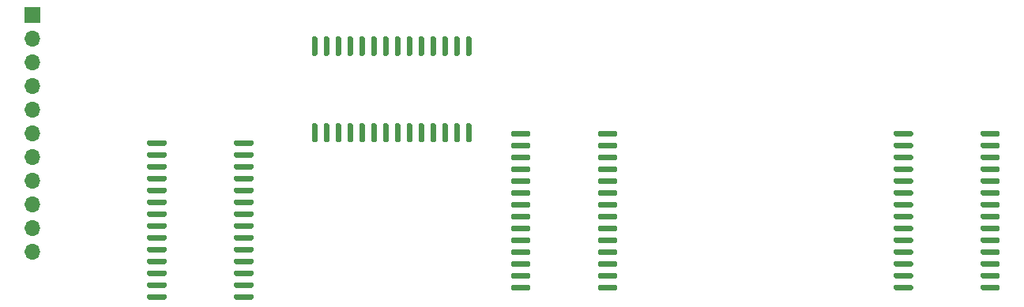
<source format=gbp>
%TF.GenerationSoftware,KiCad,Pcbnew,(5.1.8)-1*%
%TF.CreationDate,2021-11-23T00:18:45+09:00*%
%TF.ProjectId,pc1245,70633132-3435-42e6-9b69-6361645f7063,rev?*%
%TF.SameCoordinates,Original*%
%TF.FileFunction,Paste,Bot*%
%TF.FilePolarity,Positive*%
%FSLAX46Y46*%
G04 Gerber Fmt 4.6, Leading zero omitted, Abs format (unit mm)*
G04 Created by KiCad (PCBNEW (5.1.8)-1) date 2021-11-23 00:18:45*
%MOMM*%
%LPD*%
G01*
G04 APERTURE LIST*
%ADD10R,1.700000X1.700000*%
%ADD11O,1.700000X1.700000*%
G04 APERTURE END LIST*
%TO.C,U1*%
G36*
G01*
X100375000Y-105595000D02*
X100375000Y-105895000D01*
G75*
G02*
X100225000Y-106045000I-150000J0D01*
G01*
X98475000Y-106045000D01*
G75*
G02*
X98325000Y-105895000I0J150000D01*
G01*
X98325000Y-105595000D01*
G75*
G02*
X98475000Y-105445000I150000J0D01*
G01*
X100225000Y-105445000D01*
G75*
G02*
X100375000Y-105595000I0J-150000D01*
G01*
G37*
G36*
G01*
X100375000Y-106865000D02*
X100375000Y-107165000D01*
G75*
G02*
X100225000Y-107315000I-150000J0D01*
G01*
X98475000Y-107315000D01*
G75*
G02*
X98325000Y-107165000I0J150000D01*
G01*
X98325000Y-106865000D01*
G75*
G02*
X98475000Y-106715000I150000J0D01*
G01*
X100225000Y-106715000D01*
G75*
G02*
X100375000Y-106865000I0J-150000D01*
G01*
G37*
G36*
G01*
X100375000Y-108135000D02*
X100375000Y-108435000D01*
G75*
G02*
X100225000Y-108585000I-150000J0D01*
G01*
X98475000Y-108585000D01*
G75*
G02*
X98325000Y-108435000I0J150000D01*
G01*
X98325000Y-108135000D01*
G75*
G02*
X98475000Y-107985000I150000J0D01*
G01*
X100225000Y-107985000D01*
G75*
G02*
X100375000Y-108135000I0J-150000D01*
G01*
G37*
G36*
G01*
X100375000Y-109405000D02*
X100375000Y-109705000D01*
G75*
G02*
X100225000Y-109855000I-150000J0D01*
G01*
X98475000Y-109855000D01*
G75*
G02*
X98325000Y-109705000I0J150000D01*
G01*
X98325000Y-109405000D01*
G75*
G02*
X98475000Y-109255000I150000J0D01*
G01*
X100225000Y-109255000D01*
G75*
G02*
X100375000Y-109405000I0J-150000D01*
G01*
G37*
G36*
G01*
X100375000Y-110675000D02*
X100375000Y-110975000D01*
G75*
G02*
X100225000Y-111125000I-150000J0D01*
G01*
X98475000Y-111125000D01*
G75*
G02*
X98325000Y-110975000I0J150000D01*
G01*
X98325000Y-110675000D01*
G75*
G02*
X98475000Y-110525000I150000J0D01*
G01*
X100225000Y-110525000D01*
G75*
G02*
X100375000Y-110675000I0J-150000D01*
G01*
G37*
G36*
G01*
X100375000Y-111945000D02*
X100375000Y-112245000D01*
G75*
G02*
X100225000Y-112395000I-150000J0D01*
G01*
X98475000Y-112395000D01*
G75*
G02*
X98325000Y-112245000I0J150000D01*
G01*
X98325000Y-111945000D01*
G75*
G02*
X98475000Y-111795000I150000J0D01*
G01*
X100225000Y-111795000D01*
G75*
G02*
X100375000Y-111945000I0J-150000D01*
G01*
G37*
G36*
G01*
X100375000Y-113215000D02*
X100375000Y-113515000D01*
G75*
G02*
X100225000Y-113665000I-150000J0D01*
G01*
X98475000Y-113665000D01*
G75*
G02*
X98325000Y-113515000I0J150000D01*
G01*
X98325000Y-113215000D01*
G75*
G02*
X98475000Y-113065000I150000J0D01*
G01*
X100225000Y-113065000D01*
G75*
G02*
X100375000Y-113215000I0J-150000D01*
G01*
G37*
G36*
G01*
X100375000Y-114485000D02*
X100375000Y-114785000D01*
G75*
G02*
X100225000Y-114935000I-150000J0D01*
G01*
X98475000Y-114935000D01*
G75*
G02*
X98325000Y-114785000I0J150000D01*
G01*
X98325000Y-114485000D01*
G75*
G02*
X98475000Y-114335000I150000J0D01*
G01*
X100225000Y-114335000D01*
G75*
G02*
X100375000Y-114485000I0J-150000D01*
G01*
G37*
G36*
G01*
X100375000Y-115755000D02*
X100375000Y-116055000D01*
G75*
G02*
X100225000Y-116205000I-150000J0D01*
G01*
X98475000Y-116205000D01*
G75*
G02*
X98325000Y-116055000I0J150000D01*
G01*
X98325000Y-115755000D01*
G75*
G02*
X98475000Y-115605000I150000J0D01*
G01*
X100225000Y-115605000D01*
G75*
G02*
X100375000Y-115755000I0J-150000D01*
G01*
G37*
G36*
G01*
X100375000Y-117025000D02*
X100375000Y-117325000D01*
G75*
G02*
X100225000Y-117475000I-150000J0D01*
G01*
X98475000Y-117475000D01*
G75*
G02*
X98325000Y-117325000I0J150000D01*
G01*
X98325000Y-117025000D01*
G75*
G02*
X98475000Y-116875000I150000J0D01*
G01*
X100225000Y-116875000D01*
G75*
G02*
X100375000Y-117025000I0J-150000D01*
G01*
G37*
G36*
G01*
X100375000Y-118295000D02*
X100375000Y-118595000D01*
G75*
G02*
X100225000Y-118745000I-150000J0D01*
G01*
X98475000Y-118745000D01*
G75*
G02*
X98325000Y-118595000I0J150000D01*
G01*
X98325000Y-118295000D01*
G75*
G02*
X98475000Y-118145000I150000J0D01*
G01*
X100225000Y-118145000D01*
G75*
G02*
X100375000Y-118295000I0J-150000D01*
G01*
G37*
G36*
G01*
X100375000Y-119565000D02*
X100375000Y-119865000D01*
G75*
G02*
X100225000Y-120015000I-150000J0D01*
G01*
X98475000Y-120015000D01*
G75*
G02*
X98325000Y-119865000I0J150000D01*
G01*
X98325000Y-119565000D01*
G75*
G02*
X98475000Y-119415000I150000J0D01*
G01*
X100225000Y-119415000D01*
G75*
G02*
X100375000Y-119565000I0J-150000D01*
G01*
G37*
G36*
G01*
X100375000Y-120835000D02*
X100375000Y-121135000D01*
G75*
G02*
X100225000Y-121285000I-150000J0D01*
G01*
X98475000Y-121285000D01*
G75*
G02*
X98325000Y-121135000I0J150000D01*
G01*
X98325000Y-120835000D01*
G75*
G02*
X98475000Y-120685000I150000J0D01*
G01*
X100225000Y-120685000D01*
G75*
G02*
X100375000Y-120835000I0J-150000D01*
G01*
G37*
G36*
G01*
X100375000Y-122105000D02*
X100375000Y-122405000D01*
G75*
G02*
X100225000Y-122555000I-150000J0D01*
G01*
X98475000Y-122555000D01*
G75*
G02*
X98325000Y-122405000I0J150000D01*
G01*
X98325000Y-122105000D01*
G75*
G02*
X98475000Y-121955000I150000J0D01*
G01*
X100225000Y-121955000D01*
G75*
G02*
X100375000Y-122105000I0J-150000D01*
G01*
G37*
G36*
G01*
X109675000Y-122105000D02*
X109675000Y-122405000D01*
G75*
G02*
X109525000Y-122555000I-150000J0D01*
G01*
X107775000Y-122555000D01*
G75*
G02*
X107625000Y-122405000I0J150000D01*
G01*
X107625000Y-122105000D01*
G75*
G02*
X107775000Y-121955000I150000J0D01*
G01*
X109525000Y-121955000D01*
G75*
G02*
X109675000Y-122105000I0J-150000D01*
G01*
G37*
G36*
G01*
X109675000Y-120835000D02*
X109675000Y-121135000D01*
G75*
G02*
X109525000Y-121285000I-150000J0D01*
G01*
X107775000Y-121285000D01*
G75*
G02*
X107625000Y-121135000I0J150000D01*
G01*
X107625000Y-120835000D01*
G75*
G02*
X107775000Y-120685000I150000J0D01*
G01*
X109525000Y-120685000D01*
G75*
G02*
X109675000Y-120835000I0J-150000D01*
G01*
G37*
G36*
G01*
X109675000Y-119565000D02*
X109675000Y-119865000D01*
G75*
G02*
X109525000Y-120015000I-150000J0D01*
G01*
X107775000Y-120015000D01*
G75*
G02*
X107625000Y-119865000I0J150000D01*
G01*
X107625000Y-119565000D01*
G75*
G02*
X107775000Y-119415000I150000J0D01*
G01*
X109525000Y-119415000D01*
G75*
G02*
X109675000Y-119565000I0J-150000D01*
G01*
G37*
G36*
G01*
X109675000Y-118295000D02*
X109675000Y-118595000D01*
G75*
G02*
X109525000Y-118745000I-150000J0D01*
G01*
X107775000Y-118745000D01*
G75*
G02*
X107625000Y-118595000I0J150000D01*
G01*
X107625000Y-118295000D01*
G75*
G02*
X107775000Y-118145000I150000J0D01*
G01*
X109525000Y-118145000D01*
G75*
G02*
X109675000Y-118295000I0J-150000D01*
G01*
G37*
G36*
G01*
X109675000Y-117025000D02*
X109675000Y-117325000D01*
G75*
G02*
X109525000Y-117475000I-150000J0D01*
G01*
X107775000Y-117475000D01*
G75*
G02*
X107625000Y-117325000I0J150000D01*
G01*
X107625000Y-117025000D01*
G75*
G02*
X107775000Y-116875000I150000J0D01*
G01*
X109525000Y-116875000D01*
G75*
G02*
X109675000Y-117025000I0J-150000D01*
G01*
G37*
G36*
G01*
X109675000Y-115755000D02*
X109675000Y-116055000D01*
G75*
G02*
X109525000Y-116205000I-150000J0D01*
G01*
X107775000Y-116205000D01*
G75*
G02*
X107625000Y-116055000I0J150000D01*
G01*
X107625000Y-115755000D01*
G75*
G02*
X107775000Y-115605000I150000J0D01*
G01*
X109525000Y-115605000D01*
G75*
G02*
X109675000Y-115755000I0J-150000D01*
G01*
G37*
G36*
G01*
X109675000Y-114485000D02*
X109675000Y-114785000D01*
G75*
G02*
X109525000Y-114935000I-150000J0D01*
G01*
X107775000Y-114935000D01*
G75*
G02*
X107625000Y-114785000I0J150000D01*
G01*
X107625000Y-114485000D01*
G75*
G02*
X107775000Y-114335000I150000J0D01*
G01*
X109525000Y-114335000D01*
G75*
G02*
X109675000Y-114485000I0J-150000D01*
G01*
G37*
G36*
G01*
X109675000Y-113215000D02*
X109675000Y-113515000D01*
G75*
G02*
X109525000Y-113665000I-150000J0D01*
G01*
X107775000Y-113665000D01*
G75*
G02*
X107625000Y-113515000I0J150000D01*
G01*
X107625000Y-113215000D01*
G75*
G02*
X107775000Y-113065000I150000J0D01*
G01*
X109525000Y-113065000D01*
G75*
G02*
X109675000Y-113215000I0J-150000D01*
G01*
G37*
G36*
G01*
X109675000Y-111945000D02*
X109675000Y-112245000D01*
G75*
G02*
X109525000Y-112395000I-150000J0D01*
G01*
X107775000Y-112395000D01*
G75*
G02*
X107625000Y-112245000I0J150000D01*
G01*
X107625000Y-111945000D01*
G75*
G02*
X107775000Y-111795000I150000J0D01*
G01*
X109525000Y-111795000D01*
G75*
G02*
X109675000Y-111945000I0J-150000D01*
G01*
G37*
G36*
G01*
X109675000Y-110675000D02*
X109675000Y-110975000D01*
G75*
G02*
X109525000Y-111125000I-150000J0D01*
G01*
X107775000Y-111125000D01*
G75*
G02*
X107625000Y-110975000I0J150000D01*
G01*
X107625000Y-110675000D01*
G75*
G02*
X107775000Y-110525000I150000J0D01*
G01*
X109525000Y-110525000D01*
G75*
G02*
X109675000Y-110675000I0J-150000D01*
G01*
G37*
G36*
G01*
X109675000Y-109405000D02*
X109675000Y-109705000D01*
G75*
G02*
X109525000Y-109855000I-150000J0D01*
G01*
X107775000Y-109855000D01*
G75*
G02*
X107625000Y-109705000I0J150000D01*
G01*
X107625000Y-109405000D01*
G75*
G02*
X107775000Y-109255000I150000J0D01*
G01*
X109525000Y-109255000D01*
G75*
G02*
X109675000Y-109405000I0J-150000D01*
G01*
G37*
G36*
G01*
X109675000Y-108135000D02*
X109675000Y-108435000D01*
G75*
G02*
X109525000Y-108585000I-150000J0D01*
G01*
X107775000Y-108585000D01*
G75*
G02*
X107625000Y-108435000I0J150000D01*
G01*
X107625000Y-108135000D01*
G75*
G02*
X107775000Y-107985000I150000J0D01*
G01*
X109525000Y-107985000D01*
G75*
G02*
X109675000Y-108135000I0J-150000D01*
G01*
G37*
G36*
G01*
X109675000Y-106865000D02*
X109675000Y-107165000D01*
G75*
G02*
X109525000Y-107315000I-150000J0D01*
G01*
X107775000Y-107315000D01*
G75*
G02*
X107625000Y-107165000I0J150000D01*
G01*
X107625000Y-106865000D01*
G75*
G02*
X107775000Y-106715000I150000J0D01*
G01*
X109525000Y-106715000D01*
G75*
G02*
X109675000Y-106865000I0J-150000D01*
G01*
G37*
G36*
G01*
X109675000Y-105595000D02*
X109675000Y-105895000D01*
G75*
G02*
X109525000Y-106045000I-150000J0D01*
G01*
X107775000Y-106045000D01*
G75*
G02*
X107625000Y-105895000I0J150000D01*
G01*
X107625000Y-105595000D01*
G75*
G02*
X107775000Y-105445000I150000J0D01*
G01*
X109525000Y-105445000D01*
G75*
G02*
X109675000Y-105595000I0J-150000D01*
G01*
G37*
%TD*%
%TO.C,U2*%
G36*
G01*
X116095000Y-94325000D02*
X116395000Y-94325000D01*
G75*
G02*
X116545000Y-94475000I0J-150000D01*
G01*
X116545000Y-96225000D01*
G75*
G02*
X116395000Y-96375000I-150000J0D01*
G01*
X116095000Y-96375000D01*
G75*
G02*
X115945000Y-96225000I0J150000D01*
G01*
X115945000Y-94475000D01*
G75*
G02*
X116095000Y-94325000I150000J0D01*
G01*
G37*
G36*
G01*
X117365000Y-94325000D02*
X117665000Y-94325000D01*
G75*
G02*
X117815000Y-94475000I0J-150000D01*
G01*
X117815000Y-96225000D01*
G75*
G02*
X117665000Y-96375000I-150000J0D01*
G01*
X117365000Y-96375000D01*
G75*
G02*
X117215000Y-96225000I0J150000D01*
G01*
X117215000Y-94475000D01*
G75*
G02*
X117365000Y-94325000I150000J0D01*
G01*
G37*
G36*
G01*
X118635000Y-94325000D02*
X118935000Y-94325000D01*
G75*
G02*
X119085000Y-94475000I0J-150000D01*
G01*
X119085000Y-96225000D01*
G75*
G02*
X118935000Y-96375000I-150000J0D01*
G01*
X118635000Y-96375000D01*
G75*
G02*
X118485000Y-96225000I0J150000D01*
G01*
X118485000Y-94475000D01*
G75*
G02*
X118635000Y-94325000I150000J0D01*
G01*
G37*
G36*
G01*
X119905000Y-94325000D02*
X120205000Y-94325000D01*
G75*
G02*
X120355000Y-94475000I0J-150000D01*
G01*
X120355000Y-96225000D01*
G75*
G02*
X120205000Y-96375000I-150000J0D01*
G01*
X119905000Y-96375000D01*
G75*
G02*
X119755000Y-96225000I0J150000D01*
G01*
X119755000Y-94475000D01*
G75*
G02*
X119905000Y-94325000I150000J0D01*
G01*
G37*
G36*
G01*
X121175000Y-94325000D02*
X121475000Y-94325000D01*
G75*
G02*
X121625000Y-94475000I0J-150000D01*
G01*
X121625000Y-96225000D01*
G75*
G02*
X121475000Y-96375000I-150000J0D01*
G01*
X121175000Y-96375000D01*
G75*
G02*
X121025000Y-96225000I0J150000D01*
G01*
X121025000Y-94475000D01*
G75*
G02*
X121175000Y-94325000I150000J0D01*
G01*
G37*
G36*
G01*
X122445000Y-94325000D02*
X122745000Y-94325000D01*
G75*
G02*
X122895000Y-94475000I0J-150000D01*
G01*
X122895000Y-96225000D01*
G75*
G02*
X122745000Y-96375000I-150000J0D01*
G01*
X122445000Y-96375000D01*
G75*
G02*
X122295000Y-96225000I0J150000D01*
G01*
X122295000Y-94475000D01*
G75*
G02*
X122445000Y-94325000I150000J0D01*
G01*
G37*
G36*
G01*
X123715000Y-94325000D02*
X124015000Y-94325000D01*
G75*
G02*
X124165000Y-94475000I0J-150000D01*
G01*
X124165000Y-96225000D01*
G75*
G02*
X124015000Y-96375000I-150000J0D01*
G01*
X123715000Y-96375000D01*
G75*
G02*
X123565000Y-96225000I0J150000D01*
G01*
X123565000Y-94475000D01*
G75*
G02*
X123715000Y-94325000I150000J0D01*
G01*
G37*
G36*
G01*
X124985000Y-94325000D02*
X125285000Y-94325000D01*
G75*
G02*
X125435000Y-94475000I0J-150000D01*
G01*
X125435000Y-96225000D01*
G75*
G02*
X125285000Y-96375000I-150000J0D01*
G01*
X124985000Y-96375000D01*
G75*
G02*
X124835000Y-96225000I0J150000D01*
G01*
X124835000Y-94475000D01*
G75*
G02*
X124985000Y-94325000I150000J0D01*
G01*
G37*
G36*
G01*
X126255000Y-94325000D02*
X126555000Y-94325000D01*
G75*
G02*
X126705000Y-94475000I0J-150000D01*
G01*
X126705000Y-96225000D01*
G75*
G02*
X126555000Y-96375000I-150000J0D01*
G01*
X126255000Y-96375000D01*
G75*
G02*
X126105000Y-96225000I0J150000D01*
G01*
X126105000Y-94475000D01*
G75*
G02*
X126255000Y-94325000I150000J0D01*
G01*
G37*
G36*
G01*
X127525000Y-94325000D02*
X127825000Y-94325000D01*
G75*
G02*
X127975000Y-94475000I0J-150000D01*
G01*
X127975000Y-96225000D01*
G75*
G02*
X127825000Y-96375000I-150000J0D01*
G01*
X127525000Y-96375000D01*
G75*
G02*
X127375000Y-96225000I0J150000D01*
G01*
X127375000Y-94475000D01*
G75*
G02*
X127525000Y-94325000I150000J0D01*
G01*
G37*
G36*
G01*
X128795000Y-94325000D02*
X129095000Y-94325000D01*
G75*
G02*
X129245000Y-94475000I0J-150000D01*
G01*
X129245000Y-96225000D01*
G75*
G02*
X129095000Y-96375000I-150000J0D01*
G01*
X128795000Y-96375000D01*
G75*
G02*
X128645000Y-96225000I0J150000D01*
G01*
X128645000Y-94475000D01*
G75*
G02*
X128795000Y-94325000I150000J0D01*
G01*
G37*
G36*
G01*
X130065000Y-94325000D02*
X130365000Y-94325000D01*
G75*
G02*
X130515000Y-94475000I0J-150000D01*
G01*
X130515000Y-96225000D01*
G75*
G02*
X130365000Y-96375000I-150000J0D01*
G01*
X130065000Y-96375000D01*
G75*
G02*
X129915000Y-96225000I0J150000D01*
G01*
X129915000Y-94475000D01*
G75*
G02*
X130065000Y-94325000I150000J0D01*
G01*
G37*
G36*
G01*
X131335000Y-94325000D02*
X131635000Y-94325000D01*
G75*
G02*
X131785000Y-94475000I0J-150000D01*
G01*
X131785000Y-96225000D01*
G75*
G02*
X131635000Y-96375000I-150000J0D01*
G01*
X131335000Y-96375000D01*
G75*
G02*
X131185000Y-96225000I0J150000D01*
G01*
X131185000Y-94475000D01*
G75*
G02*
X131335000Y-94325000I150000J0D01*
G01*
G37*
G36*
G01*
X132605000Y-94325000D02*
X132905000Y-94325000D01*
G75*
G02*
X133055000Y-94475000I0J-150000D01*
G01*
X133055000Y-96225000D01*
G75*
G02*
X132905000Y-96375000I-150000J0D01*
G01*
X132605000Y-96375000D01*
G75*
G02*
X132455000Y-96225000I0J150000D01*
G01*
X132455000Y-94475000D01*
G75*
G02*
X132605000Y-94325000I150000J0D01*
G01*
G37*
G36*
G01*
X132605000Y-103625000D02*
X132905000Y-103625000D01*
G75*
G02*
X133055000Y-103775000I0J-150000D01*
G01*
X133055000Y-105525000D01*
G75*
G02*
X132905000Y-105675000I-150000J0D01*
G01*
X132605000Y-105675000D01*
G75*
G02*
X132455000Y-105525000I0J150000D01*
G01*
X132455000Y-103775000D01*
G75*
G02*
X132605000Y-103625000I150000J0D01*
G01*
G37*
G36*
G01*
X131335000Y-103625000D02*
X131635000Y-103625000D01*
G75*
G02*
X131785000Y-103775000I0J-150000D01*
G01*
X131785000Y-105525000D01*
G75*
G02*
X131635000Y-105675000I-150000J0D01*
G01*
X131335000Y-105675000D01*
G75*
G02*
X131185000Y-105525000I0J150000D01*
G01*
X131185000Y-103775000D01*
G75*
G02*
X131335000Y-103625000I150000J0D01*
G01*
G37*
G36*
G01*
X130065000Y-103625000D02*
X130365000Y-103625000D01*
G75*
G02*
X130515000Y-103775000I0J-150000D01*
G01*
X130515000Y-105525000D01*
G75*
G02*
X130365000Y-105675000I-150000J0D01*
G01*
X130065000Y-105675000D01*
G75*
G02*
X129915000Y-105525000I0J150000D01*
G01*
X129915000Y-103775000D01*
G75*
G02*
X130065000Y-103625000I150000J0D01*
G01*
G37*
G36*
G01*
X128795000Y-103625000D02*
X129095000Y-103625000D01*
G75*
G02*
X129245000Y-103775000I0J-150000D01*
G01*
X129245000Y-105525000D01*
G75*
G02*
X129095000Y-105675000I-150000J0D01*
G01*
X128795000Y-105675000D01*
G75*
G02*
X128645000Y-105525000I0J150000D01*
G01*
X128645000Y-103775000D01*
G75*
G02*
X128795000Y-103625000I150000J0D01*
G01*
G37*
G36*
G01*
X127525000Y-103625000D02*
X127825000Y-103625000D01*
G75*
G02*
X127975000Y-103775000I0J-150000D01*
G01*
X127975000Y-105525000D01*
G75*
G02*
X127825000Y-105675000I-150000J0D01*
G01*
X127525000Y-105675000D01*
G75*
G02*
X127375000Y-105525000I0J150000D01*
G01*
X127375000Y-103775000D01*
G75*
G02*
X127525000Y-103625000I150000J0D01*
G01*
G37*
G36*
G01*
X126255000Y-103625000D02*
X126555000Y-103625000D01*
G75*
G02*
X126705000Y-103775000I0J-150000D01*
G01*
X126705000Y-105525000D01*
G75*
G02*
X126555000Y-105675000I-150000J0D01*
G01*
X126255000Y-105675000D01*
G75*
G02*
X126105000Y-105525000I0J150000D01*
G01*
X126105000Y-103775000D01*
G75*
G02*
X126255000Y-103625000I150000J0D01*
G01*
G37*
G36*
G01*
X124985000Y-103625000D02*
X125285000Y-103625000D01*
G75*
G02*
X125435000Y-103775000I0J-150000D01*
G01*
X125435000Y-105525000D01*
G75*
G02*
X125285000Y-105675000I-150000J0D01*
G01*
X124985000Y-105675000D01*
G75*
G02*
X124835000Y-105525000I0J150000D01*
G01*
X124835000Y-103775000D01*
G75*
G02*
X124985000Y-103625000I150000J0D01*
G01*
G37*
G36*
G01*
X123715000Y-103625000D02*
X124015000Y-103625000D01*
G75*
G02*
X124165000Y-103775000I0J-150000D01*
G01*
X124165000Y-105525000D01*
G75*
G02*
X124015000Y-105675000I-150000J0D01*
G01*
X123715000Y-105675000D01*
G75*
G02*
X123565000Y-105525000I0J150000D01*
G01*
X123565000Y-103775000D01*
G75*
G02*
X123715000Y-103625000I150000J0D01*
G01*
G37*
G36*
G01*
X122445000Y-103625000D02*
X122745000Y-103625000D01*
G75*
G02*
X122895000Y-103775000I0J-150000D01*
G01*
X122895000Y-105525000D01*
G75*
G02*
X122745000Y-105675000I-150000J0D01*
G01*
X122445000Y-105675000D01*
G75*
G02*
X122295000Y-105525000I0J150000D01*
G01*
X122295000Y-103775000D01*
G75*
G02*
X122445000Y-103625000I150000J0D01*
G01*
G37*
G36*
G01*
X121175000Y-103625000D02*
X121475000Y-103625000D01*
G75*
G02*
X121625000Y-103775000I0J-150000D01*
G01*
X121625000Y-105525000D01*
G75*
G02*
X121475000Y-105675000I-150000J0D01*
G01*
X121175000Y-105675000D01*
G75*
G02*
X121025000Y-105525000I0J150000D01*
G01*
X121025000Y-103775000D01*
G75*
G02*
X121175000Y-103625000I150000J0D01*
G01*
G37*
G36*
G01*
X119905000Y-103625000D02*
X120205000Y-103625000D01*
G75*
G02*
X120355000Y-103775000I0J-150000D01*
G01*
X120355000Y-105525000D01*
G75*
G02*
X120205000Y-105675000I-150000J0D01*
G01*
X119905000Y-105675000D01*
G75*
G02*
X119755000Y-105525000I0J150000D01*
G01*
X119755000Y-103775000D01*
G75*
G02*
X119905000Y-103625000I150000J0D01*
G01*
G37*
G36*
G01*
X118635000Y-103625000D02*
X118935000Y-103625000D01*
G75*
G02*
X119085000Y-103775000I0J-150000D01*
G01*
X119085000Y-105525000D01*
G75*
G02*
X118935000Y-105675000I-150000J0D01*
G01*
X118635000Y-105675000D01*
G75*
G02*
X118485000Y-105525000I0J150000D01*
G01*
X118485000Y-103775000D01*
G75*
G02*
X118635000Y-103625000I150000J0D01*
G01*
G37*
G36*
G01*
X117365000Y-103625000D02*
X117665000Y-103625000D01*
G75*
G02*
X117815000Y-103775000I0J-150000D01*
G01*
X117815000Y-105525000D01*
G75*
G02*
X117665000Y-105675000I-150000J0D01*
G01*
X117365000Y-105675000D01*
G75*
G02*
X117215000Y-105525000I0J150000D01*
G01*
X117215000Y-103775000D01*
G75*
G02*
X117365000Y-103625000I150000J0D01*
G01*
G37*
G36*
G01*
X116095000Y-103625000D02*
X116395000Y-103625000D01*
G75*
G02*
X116545000Y-103775000I0J-150000D01*
G01*
X116545000Y-105525000D01*
G75*
G02*
X116395000Y-105675000I-150000J0D01*
G01*
X116095000Y-105675000D01*
G75*
G02*
X115945000Y-105525000I0J150000D01*
G01*
X115945000Y-103775000D01*
G75*
G02*
X116095000Y-103625000I150000J0D01*
G01*
G37*
%TD*%
%TO.C,U3*%
G36*
G01*
X148675000Y-104595000D02*
X148675000Y-104895000D01*
G75*
G02*
X148525000Y-105045000I-150000J0D01*
G01*
X146775000Y-105045000D01*
G75*
G02*
X146625000Y-104895000I0J150000D01*
G01*
X146625000Y-104595000D01*
G75*
G02*
X146775000Y-104445000I150000J0D01*
G01*
X148525000Y-104445000D01*
G75*
G02*
X148675000Y-104595000I0J-150000D01*
G01*
G37*
G36*
G01*
X148675000Y-105865000D02*
X148675000Y-106165000D01*
G75*
G02*
X148525000Y-106315000I-150000J0D01*
G01*
X146775000Y-106315000D01*
G75*
G02*
X146625000Y-106165000I0J150000D01*
G01*
X146625000Y-105865000D01*
G75*
G02*
X146775000Y-105715000I150000J0D01*
G01*
X148525000Y-105715000D01*
G75*
G02*
X148675000Y-105865000I0J-150000D01*
G01*
G37*
G36*
G01*
X148675000Y-107135000D02*
X148675000Y-107435000D01*
G75*
G02*
X148525000Y-107585000I-150000J0D01*
G01*
X146775000Y-107585000D01*
G75*
G02*
X146625000Y-107435000I0J150000D01*
G01*
X146625000Y-107135000D01*
G75*
G02*
X146775000Y-106985000I150000J0D01*
G01*
X148525000Y-106985000D01*
G75*
G02*
X148675000Y-107135000I0J-150000D01*
G01*
G37*
G36*
G01*
X148675000Y-108405000D02*
X148675000Y-108705000D01*
G75*
G02*
X148525000Y-108855000I-150000J0D01*
G01*
X146775000Y-108855000D01*
G75*
G02*
X146625000Y-108705000I0J150000D01*
G01*
X146625000Y-108405000D01*
G75*
G02*
X146775000Y-108255000I150000J0D01*
G01*
X148525000Y-108255000D01*
G75*
G02*
X148675000Y-108405000I0J-150000D01*
G01*
G37*
G36*
G01*
X148675000Y-109675000D02*
X148675000Y-109975000D01*
G75*
G02*
X148525000Y-110125000I-150000J0D01*
G01*
X146775000Y-110125000D01*
G75*
G02*
X146625000Y-109975000I0J150000D01*
G01*
X146625000Y-109675000D01*
G75*
G02*
X146775000Y-109525000I150000J0D01*
G01*
X148525000Y-109525000D01*
G75*
G02*
X148675000Y-109675000I0J-150000D01*
G01*
G37*
G36*
G01*
X148675000Y-110945000D02*
X148675000Y-111245000D01*
G75*
G02*
X148525000Y-111395000I-150000J0D01*
G01*
X146775000Y-111395000D01*
G75*
G02*
X146625000Y-111245000I0J150000D01*
G01*
X146625000Y-110945000D01*
G75*
G02*
X146775000Y-110795000I150000J0D01*
G01*
X148525000Y-110795000D01*
G75*
G02*
X148675000Y-110945000I0J-150000D01*
G01*
G37*
G36*
G01*
X148675000Y-112215000D02*
X148675000Y-112515000D01*
G75*
G02*
X148525000Y-112665000I-150000J0D01*
G01*
X146775000Y-112665000D01*
G75*
G02*
X146625000Y-112515000I0J150000D01*
G01*
X146625000Y-112215000D01*
G75*
G02*
X146775000Y-112065000I150000J0D01*
G01*
X148525000Y-112065000D01*
G75*
G02*
X148675000Y-112215000I0J-150000D01*
G01*
G37*
G36*
G01*
X148675000Y-113485000D02*
X148675000Y-113785000D01*
G75*
G02*
X148525000Y-113935000I-150000J0D01*
G01*
X146775000Y-113935000D01*
G75*
G02*
X146625000Y-113785000I0J150000D01*
G01*
X146625000Y-113485000D01*
G75*
G02*
X146775000Y-113335000I150000J0D01*
G01*
X148525000Y-113335000D01*
G75*
G02*
X148675000Y-113485000I0J-150000D01*
G01*
G37*
G36*
G01*
X148675000Y-114755000D02*
X148675000Y-115055000D01*
G75*
G02*
X148525000Y-115205000I-150000J0D01*
G01*
X146775000Y-115205000D01*
G75*
G02*
X146625000Y-115055000I0J150000D01*
G01*
X146625000Y-114755000D01*
G75*
G02*
X146775000Y-114605000I150000J0D01*
G01*
X148525000Y-114605000D01*
G75*
G02*
X148675000Y-114755000I0J-150000D01*
G01*
G37*
G36*
G01*
X148675000Y-116025000D02*
X148675000Y-116325000D01*
G75*
G02*
X148525000Y-116475000I-150000J0D01*
G01*
X146775000Y-116475000D01*
G75*
G02*
X146625000Y-116325000I0J150000D01*
G01*
X146625000Y-116025000D01*
G75*
G02*
X146775000Y-115875000I150000J0D01*
G01*
X148525000Y-115875000D01*
G75*
G02*
X148675000Y-116025000I0J-150000D01*
G01*
G37*
G36*
G01*
X148675000Y-117295000D02*
X148675000Y-117595000D01*
G75*
G02*
X148525000Y-117745000I-150000J0D01*
G01*
X146775000Y-117745000D01*
G75*
G02*
X146625000Y-117595000I0J150000D01*
G01*
X146625000Y-117295000D01*
G75*
G02*
X146775000Y-117145000I150000J0D01*
G01*
X148525000Y-117145000D01*
G75*
G02*
X148675000Y-117295000I0J-150000D01*
G01*
G37*
G36*
G01*
X148675000Y-118565000D02*
X148675000Y-118865000D01*
G75*
G02*
X148525000Y-119015000I-150000J0D01*
G01*
X146775000Y-119015000D01*
G75*
G02*
X146625000Y-118865000I0J150000D01*
G01*
X146625000Y-118565000D01*
G75*
G02*
X146775000Y-118415000I150000J0D01*
G01*
X148525000Y-118415000D01*
G75*
G02*
X148675000Y-118565000I0J-150000D01*
G01*
G37*
G36*
G01*
X148675000Y-119835000D02*
X148675000Y-120135000D01*
G75*
G02*
X148525000Y-120285000I-150000J0D01*
G01*
X146775000Y-120285000D01*
G75*
G02*
X146625000Y-120135000I0J150000D01*
G01*
X146625000Y-119835000D01*
G75*
G02*
X146775000Y-119685000I150000J0D01*
G01*
X148525000Y-119685000D01*
G75*
G02*
X148675000Y-119835000I0J-150000D01*
G01*
G37*
G36*
G01*
X148675000Y-121105000D02*
X148675000Y-121405000D01*
G75*
G02*
X148525000Y-121555000I-150000J0D01*
G01*
X146775000Y-121555000D01*
G75*
G02*
X146625000Y-121405000I0J150000D01*
G01*
X146625000Y-121105000D01*
G75*
G02*
X146775000Y-120955000I150000J0D01*
G01*
X148525000Y-120955000D01*
G75*
G02*
X148675000Y-121105000I0J-150000D01*
G01*
G37*
G36*
G01*
X139375000Y-121105000D02*
X139375000Y-121405000D01*
G75*
G02*
X139225000Y-121555000I-150000J0D01*
G01*
X137475000Y-121555000D01*
G75*
G02*
X137325000Y-121405000I0J150000D01*
G01*
X137325000Y-121105000D01*
G75*
G02*
X137475000Y-120955000I150000J0D01*
G01*
X139225000Y-120955000D01*
G75*
G02*
X139375000Y-121105000I0J-150000D01*
G01*
G37*
G36*
G01*
X139375000Y-119835000D02*
X139375000Y-120135000D01*
G75*
G02*
X139225000Y-120285000I-150000J0D01*
G01*
X137475000Y-120285000D01*
G75*
G02*
X137325000Y-120135000I0J150000D01*
G01*
X137325000Y-119835000D01*
G75*
G02*
X137475000Y-119685000I150000J0D01*
G01*
X139225000Y-119685000D01*
G75*
G02*
X139375000Y-119835000I0J-150000D01*
G01*
G37*
G36*
G01*
X139375000Y-118565000D02*
X139375000Y-118865000D01*
G75*
G02*
X139225000Y-119015000I-150000J0D01*
G01*
X137475000Y-119015000D01*
G75*
G02*
X137325000Y-118865000I0J150000D01*
G01*
X137325000Y-118565000D01*
G75*
G02*
X137475000Y-118415000I150000J0D01*
G01*
X139225000Y-118415000D01*
G75*
G02*
X139375000Y-118565000I0J-150000D01*
G01*
G37*
G36*
G01*
X139375000Y-117295000D02*
X139375000Y-117595000D01*
G75*
G02*
X139225000Y-117745000I-150000J0D01*
G01*
X137475000Y-117745000D01*
G75*
G02*
X137325000Y-117595000I0J150000D01*
G01*
X137325000Y-117295000D01*
G75*
G02*
X137475000Y-117145000I150000J0D01*
G01*
X139225000Y-117145000D01*
G75*
G02*
X139375000Y-117295000I0J-150000D01*
G01*
G37*
G36*
G01*
X139375000Y-116025000D02*
X139375000Y-116325000D01*
G75*
G02*
X139225000Y-116475000I-150000J0D01*
G01*
X137475000Y-116475000D01*
G75*
G02*
X137325000Y-116325000I0J150000D01*
G01*
X137325000Y-116025000D01*
G75*
G02*
X137475000Y-115875000I150000J0D01*
G01*
X139225000Y-115875000D01*
G75*
G02*
X139375000Y-116025000I0J-150000D01*
G01*
G37*
G36*
G01*
X139375000Y-114755000D02*
X139375000Y-115055000D01*
G75*
G02*
X139225000Y-115205000I-150000J0D01*
G01*
X137475000Y-115205000D01*
G75*
G02*
X137325000Y-115055000I0J150000D01*
G01*
X137325000Y-114755000D01*
G75*
G02*
X137475000Y-114605000I150000J0D01*
G01*
X139225000Y-114605000D01*
G75*
G02*
X139375000Y-114755000I0J-150000D01*
G01*
G37*
G36*
G01*
X139375000Y-113485000D02*
X139375000Y-113785000D01*
G75*
G02*
X139225000Y-113935000I-150000J0D01*
G01*
X137475000Y-113935000D01*
G75*
G02*
X137325000Y-113785000I0J150000D01*
G01*
X137325000Y-113485000D01*
G75*
G02*
X137475000Y-113335000I150000J0D01*
G01*
X139225000Y-113335000D01*
G75*
G02*
X139375000Y-113485000I0J-150000D01*
G01*
G37*
G36*
G01*
X139375000Y-112215000D02*
X139375000Y-112515000D01*
G75*
G02*
X139225000Y-112665000I-150000J0D01*
G01*
X137475000Y-112665000D01*
G75*
G02*
X137325000Y-112515000I0J150000D01*
G01*
X137325000Y-112215000D01*
G75*
G02*
X137475000Y-112065000I150000J0D01*
G01*
X139225000Y-112065000D01*
G75*
G02*
X139375000Y-112215000I0J-150000D01*
G01*
G37*
G36*
G01*
X139375000Y-110945000D02*
X139375000Y-111245000D01*
G75*
G02*
X139225000Y-111395000I-150000J0D01*
G01*
X137475000Y-111395000D01*
G75*
G02*
X137325000Y-111245000I0J150000D01*
G01*
X137325000Y-110945000D01*
G75*
G02*
X137475000Y-110795000I150000J0D01*
G01*
X139225000Y-110795000D01*
G75*
G02*
X139375000Y-110945000I0J-150000D01*
G01*
G37*
G36*
G01*
X139375000Y-109675000D02*
X139375000Y-109975000D01*
G75*
G02*
X139225000Y-110125000I-150000J0D01*
G01*
X137475000Y-110125000D01*
G75*
G02*
X137325000Y-109975000I0J150000D01*
G01*
X137325000Y-109675000D01*
G75*
G02*
X137475000Y-109525000I150000J0D01*
G01*
X139225000Y-109525000D01*
G75*
G02*
X139375000Y-109675000I0J-150000D01*
G01*
G37*
G36*
G01*
X139375000Y-108405000D02*
X139375000Y-108705000D01*
G75*
G02*
X139225000Y-108855000I-150000J0D01*
G01*
X137475000Y-108855000D01*
G75*
G02*
X137325000Y-108705000I0J150000D01*
G01*
X137325000Y-108405000D01*
G75*
G02*
X137475000Y-108255000I150000J0D01*
G01*
X139225000Y-108255000D01*
G75*
G02*
X139375000Y-108405000I0J-150000D01*
G01*
G37*
G36*
G01*
X139375000Y-107135000D02*
X139375000Y-107435000D01*
G75*
G02*
X139225000Y-107585000I-150000J0D01*
G01*
X137475000Y-107585000D01*
G75*
G02*
X137325000Y-107435000I0J150000D01*
G01*
X137325000Y-107135000D01*
G75*
G02*
X137475000Y-106985000I150000J0D01*
G01*
X139225000Y-106985000D01*
G75*
G02*
X139375000Y-107135000I0J-150000D01*
G01*
G37*
G36*
G01*
X139375000Y-105865000D02*
X139375000Y-106165000D01*
G75*
G02*
X139225000Y-106315000I-150000J0D01*
G01*
X137475000Y-106315000D01*
G75*
G02*
X137325000Y-106165000I0J150000D01*
G01*
X137325000Y-105865000D01*
G75*
G02*
X137475000Y-105715000I150000J0D01*
G01*
X139225000Y-105715000D01*
G75*
G02*
X139375000Y-105865000I0J-150000D01*
G01*
G37*
G36*
G01*
X139375000Y-104595000D02*
X139375000Y-104895000D01*
G75*
G02*
X139225000Y-105045000I-150000J0D01*
G01*
X137475000Y-105045000D01*
G75*
G02*
X137325000Y-104895000I0J150000D01*
G01*
X137325000Y-104595000D01*
G75*
G02*
X137475000Y-104445000I150000J0D01*
G01*
X139225000Y-104445000D01*
G75*
G02*
X139375000Y-104595000I0J-150000D01*
G01*
G37*
%TD*%
%TO.C,U4*%
G36*
G01*
X180375000Y-104595000D02*
X180375000Y-104895000D01*
G75*
G02*
X180225000Y-105045000I-150000J0D01*
G01*
X178475000Y-105045000D01*
G75*
G02*
X178325000Y-104895000I0J150000D01*
G01*
X178325000Y-104595000D01*
G75*
G02*
X178475000Y-104445000I150000J0D01*
G01*
X180225000Y-104445000D01*
G75*
G02*
X180375000Y-104595000I0J-150000D01*
G01*
G37*
G36*
G01*
X180375000Y-105865000D02*
X180375000Y-106165000D01*
G75*
G02*
X180225000Y-106315000I-150000J0D01*
G01*
X178475000Y-106315000D01*
G75*
G02*
X178325000Y-106165000I0J150000D01*
G01*
X178325000Y-105865000D01*
G75*
G02*
X178475000Y-105715000I150000J0D01*
G01*
X180225000Y-105715000D01*
G75*
G02*
X180375000Y-105865000I0J-150000D01*
G01*
G37*
G36*
G01*
X180375000Y-107135000D02*
X180375000Y-107435000D01*
G75*
G02*
X180225000Y-107585000I-150000J0D01*
G01*
X178475000Y-107585000D01*
G75*
G02*
X178325000Y-107435000I0J150000D01*
G01*
X178325000Y-107135000D01*
G75*
G02*
X178475000Y-106985000I150000J0D01*
G01*
X180225000Y-106985000D01*
G75*
G02*
X180375000Y-107135000I0J-150000D01*
G01*
G37*
G36*
G01*
X180375000Y-108405000D02*
X180375000Y-108705000D01*
G75*
G02*
X180225000Y-108855000I-150000J0D01*
G01*
X178475000Y-108855000D01*
G75*
G02*
X178325000Y-108705000I0J150000D01*
G01*
X178325000Y-108405000D01*
G75*
G02*
X178475000Y-108255000I150000J0D01*
G01*
X180225000Y-108255000D01*
G75*
G02*
X180375000Y-108405000I0J-150000D01*
G01*
G37*
G36*
G01*
X180375000Y-109675000D02*
X180375000Y-109975000D01*
G75*
G02*
X180225000Y-110125000I-150000J0D01*
G01*
X178475000Y-110125000D01*
G75*
G02*
X178325000Y-109975000I0J150000D01*
G01*
X178325000Y-109675000D01*
G75*
G02*
X178475000Y-109525000I150000J0D01*
G01*
X180225000Y-109525000D01*
G75*
G02*
X180375000Y-109675000I0J-150000D01*
G01*
G37*
G36*
G01*
X180375000Y-110945000D02*
X180375000Y-111245000D01*
G75*
G02*
X180225000Y-111395000I-150000J0D01*
G01*
X178475000Y-111395000D01*
G75*
G02*
X178325000Y-111245000I0J150000D01*
G01*
X178325000Y-110945000D01*
G75*
G02*
X178475000Y-110795000I150000J0D01*
G01*
X180225000Y-110795000D01*
G75*
G02*
X180375000Y-110945000I0J-150000D01*
G01*
G37*
G36*
G01*
X180375000Y-112215000D02*
X180375000Y-112515000D01*
G75*
G02*
X180225000Y-112665000I-150000J0D01*
G01*
X178475000Y-112665000D01*
G75*
G02*
X178325000Y-112515000I0J150000D01*
G01*
X178325000Y-112215000D01*
G75*
G02*
X178475000Y-112065000I150000J0D01*
G01*
X180225000Y-112065000D01*
G75*
G02*
X180375000Y-112215000I0J-150000D01*
G01*
G37*
G36*
G01*
X180375000Y-113485000D02*
X180375000Y-113785000D01*
G75*
G02*
X180225000Y-113935000I-150000J0D01*
G01*
X178475000Y-113935000D01*
G75*
G02*
X178325000Y-113785000I0J150000D01*
G01*
X178325000Y-113485000D01*
G75*
G02*
X178475000Y-113335000I150000J0D01*
G01*
X180225000Y-113335000D01*
G75*
G02*
X180375000Y-113485000I0J-150000D01*
G01*
G37*
G36*
G01*
X180375000Y-114755000D02*
X180375000Y-115055000D01*
G75*
G02*
X180225000Y-115205000I-150000J0D01*
G01*
X178475000Y-115205000D01*
G75*
G02*
X178325000Y-115055000I0J150000D01*
G01*
X178325000Y-114755000D01*
G75*
G02*
X178475000Y-114605000I150000J0D01*
G01*
X180225000Y-114605000D01*
G75*
G02*
X180375000Y-114755000I0J-150000D01*
G01*
G37*
G36*
G01*
X180375000Y-116025000D02*
X180375000Y-116325000D01*
G75*
G02*
X180225000Y-116475000I-150000J0D01*
G01*
X178475000Y-116475000D01*
G75*
G02*
X178325000Y-116325000I0J150000D01*
G01*
X178325000Y-116025000D01*
G75*
G02*
X178475000Y-115875000I150000J0D01*
G01*
X180225000Y-115875000D01*
G75*
G02*
X180375000Y-116025000I0J-150000D01*
G01*
G37*
G36*
G01*
X180375000Y-117295000D02*
X180375000Y-117595000D01*
G75*
G02*
X180225000Y-117745000I-150000J0D01*
G01*
X178475000Y-117745000D01*
G75*
G02*
X178325000Y-117595000I0J150000D01*
G01*
X178325000Y-117295000D01*
G75*
G02*
X178475000Y-117145000I150000J0D01*
G01*
X180225000Y-117145000D01*
G75*
G02*
X180375000Y-117295000I0J-150000D01*
G01*
G37*
G36*
G01*
X180375000Y-118565000D02*
X180375000Y-118865000D01*
G75*
G02*
X180225000Y-119015000I-150000J0D01*
G01*
X178475000Y-119015000D01*
G75*
G02*
X178325000Y-118865000I0J150000D01*
G01*
X178325000Y-118565000D01*
G75*
G02*
X178475000Y-118415000I150000J0D01*
G01*
X180225000Y-118415000D01*
G75*
G02*
X180375000Y-118565000I0J-150000D01*
G01*
G37*
G36*
G01*
X180375000Y-119835000D02*
X180375000Y-120135000D01*
G75*
G02*
X180225000Y-120285000I-150000J0D01*
G01*
X178475000Y-120285000D01*
G75*
G02*
X178325000Y-120135000I0J150000D01*
G01*
X178325000Y-119835000D01*
G75*
G02*
X178475000Y-119685000I150000J0D01*
G01*
X180225000Y-119685000D01*
G75*
G02*
X180375000Y-119835000I0J-150000D01*
G01*
G37*
G36*
G01*
X180375000Y-121105000D02*
X180375000Y-121405000D01*
G75*
G02*
X180225000Y-121555000I-150000J0D01*
G01*
X178475000Y-121555000D01*
G75*
G02*
X178325000Y-121405000I0J150000D01*
G01*
X178325000Y-121105000D01*
G75*
G02*
X178475000Y-120955000I150000J0D01*
G01*
X180225000Y-120955000D01*
G75*
G02*
X180375000Y-121105000I0J-150000D01*
G01*
G37*
G36*
G01*
X189675000Y-121105000D02*
X189675000Y-121405000D01*
G75*
G02*
X189525000Y-121555000I-150000J0D01*
G01*
X187775000Y-121555000D01*
G75*
G02*
X187625000Y-121405000I0J150000D01*
G01*
X187625000Y-121105000D01*
G75*
G02*
X187775000Y-120955000I150000J0D01*
G01*
X189525000Y-120955000D01*
G75*
G02*
X189675000Y-121105000I0J-150000D01*
G01*
G37*
G36*
G01*
X189675000Y-119835000D02*
X189675000Y-120135000D01*
G75*
G02*
X189525000Y-120285000I-150000J0D01*
G01*
X187775000Y-120285000D01*
G75*
G02*
X187625000Y-120135000I0J150000D01*
G01*
X187625000Y-119835000D01*
G75*
G02*
X187775000Y-119685000I150000J0D01*
G01*
X189525000Y-119685000D01*
G75*
G02*
X189675000Y-119835000I0J-150000D01*
G01*
G37*
G36*
G01*
X189675000Y-118565000D02*
X189675000Y-118865000D01*
G75*
G02*
X189525000Y-119015000I-150000J0D01*
G01*
X187775000Y-119015000D01*
G75*
G02*
X187625000Y-118865000I0J150000D01*
G01*
X187625000Y-118565000D01*
G75*
G02*
X187775000Y-118415000I150000J0D01*
G01*
X189525000Y-118415000D01*
G75*
G02*
X189675000Y-118565000I0J-150000D01*
G01*
G37*
G36*
G01*
X189675000Y-117295000D02*
X189675000Y-117595000D01*
G75*
G02*
X189525000Y-117745000I-150000J0D01*
G01*
X187775000Y-117745000D01*
G75*
G02*
X187625000Y-117595000I0J150000D01*
G01*
X187625000Y-117295000D01*
G75*
G02*
X187775000Y-117145000I150000J0D01*
G01*
X189525000Y-117145000D01*
G75*
G02*
X189675000Y-117295000I0J-150000D01*
G01*
G37*
G36*
G01*
X189675000Y-116025000D02*
X189675000Y-116325000D01*
G75*
G02*
X189525000Y-116475000I-150000J0D01*
G01*
X187775000Y-116475000D01*
G75*
G02*
X187625000Y-116325000I0J150000D01*
G01*
X187625000Y-116025000D01*
G75*
G02*
X187775000Y-115875000I150000J0D01*
G01*
X189525000Y-115875000D01*
G75*
G02*
X189675000Y-116025000I0J-150000D01*
G01*
G37*
G36*
G01*
X189675000Y-114755000D02*
X189675000Y-115055000D01*
G75*
G02*
X189525000Y-115205000I-150000J0D01*
G01*
X187775000Y-115205000D01*
G75*
G02*
X187625000Y-115055000I0J150000D01*
G01*
X187625000Y-114755000D01*
G75*
G02*
X187775000Y-114605000I150000J0D01*
G01*
X189525000Y-114605000D01*
G75*
G02*
X189675000Y-114755000I0J-150000D01*
G01*
G37*
G36*
G01*
X189675000Y-113485000D02*
X189675000Y-113785000D01*
G75*
G02*
X189525000Y-113935000I-150000J0D01*
G01*
X187775000Y-113935000D01*
G75*
G02*
X187625000Y-113785000I0J150000D01*
G01*
X187625000Y-113485000D01*
G75*
G02*
X187775000Y-113335000I150000J0D01*
G01*
X189525000Y-113335000D01*
G75*
G02*
X189675000Y-113485000I0J-150000D01*
G01*
G37*
G36*
G01*
X189675000Y-112215000D02*
X189675000Y-112515000D01*
G75*
G02*
X189525000Y-112665000I-150000J0D01*
G01*
X187775000Y-112665000D01*
G75*
G02*
X187625000Y-112515000I0J150000D01*
G01*
X187625000Y-112215000D01*
G75*
G02*
X187775000Y-112065000I150000J0D01*
G01*
X189525000Y-112065000D01*
G75*
G02*
X189675000Y-112215000I0J-150000D01*
G01*
G37*
G36*
G01*
X189675000Y-110945000D02*
X189675000Y-111245000D01*
G75*
G02*
X189525000Y-111395000I-150000J0D01*
G01*
X187775000Y-111395000D01*
G75*
G02*
X187625000Y-111245000I0J150000D01*
G01*
X187625000Y-110945000D01*
G75*
G02*
X187775000Y-110795000I150000J0D01*
G01*
X189525000Y-110795000D01*
G75*
G02*
X189675000Y-110945000I0J-150000D01*
G01*
G37*
G36*
G01*
X189675000Y-109675000D02*
X189675000Y-109975000D01*
G75*
G02*
X189525000Y-110125000I-150000J0D01*
G01*
X187775000Y-110125000D01*
G75*
G02*
X187625000Y-109975000I0J150000D01*
G01*
X187625000Y-109675000D01*
G75*
G02*
X187775000Y-109525000I150000J0D01*
G01*
X189525000Y-109525000D01*
G75*
G02*
X189675000Y-109675000I0J-150000D01*
G01*
G37*
G36*
G01*
X189675000Y-108405000D02*
X189675000Y-108705000D01*
G75*
G02*
X189525000Y-108855000I-150000J0D01*
G01*
X187775000Y-108855000D01*
G75*
G02*
X187625000Y-108705000I0J150000D01*
G01*
X187625000Y-108405000D01*
G75*
G02*
X187775000Y-108255000I150000J0D01*
G01*
X189525000Y-108255000D01*
G75*
G02*
X189675000Y-108405000I0J-150000D01*
G01*
G37*
G36*
G01*
X189675000Y-107135000D02*
X189675000Y-107435000D01*
G75*
G02*
X189525000Y-107585000I-150000J0D01*
G01*
X187775000Y-107585000D01*
G75*
G02*
X187625000Y-107435000I0J150000D01*
G01*
X187625000Y-107135000D01*
G75*
G02*
X187775000Y-106985000I150000J0D01*
G01*
X189525000Y-106985000D01*
G75*
G02*
X189675000Y-107135000I0J-150000D01*
G01*
G37*
G36*
G01*
X189675000Y-105865000D02*
X189675000Y-106165000D01*
G75*
G02*
X189525000Y-106315000I-150000J0D01*
G01*
X187775000Y-106315000D01*
G75*
G02*
X187625000Y-106165000I0J150000D01*
G01*
X187625000Y-105865000D01*
G75*
G02*
X187775000Y-105715000I150000J0D01*
G01*
X189525000Y-105715000D01*
G75*
G02*
X189675000Y-105865000I0J-150000D01*
G01*
G37*
G36*
G01*
X189675000Y-104595000D02*
X189675000Y-104895000D01*
G75*
G02*
X189525000Y-105045000I-150000J0D01*
G01*
X187775000Y-105045000D01*
G75*
G02*
X187625000Y-104895000I0J150000D01*
G01*
X187625000Y-104595000D01*
G75*
G02*
X187775000Y-104445000I150000J0D01*
G01*
X189525000Y-104445000D01*
G75*
G02*
X189675000Y-104595000I0J-150000D01*
G01*
G37*
%TD*%
D10*
%TO.C,J4*%
X86000000Y-92000000D03*
D11*
X86000000Y-94540000D03*
X86000000Y-97080000D03*
X86000000Y-99620000D03*
X86000000Y-102160000D03*
X86000000Y-104700000D03*
X86000000Y-107240000D03*
X86000000Y-109780000D03*
X86000000Y-112320000D03*
X86000000Y-114860000D03*
X86000000Y-117400000D03*
%TD*%
M02*

</source>
